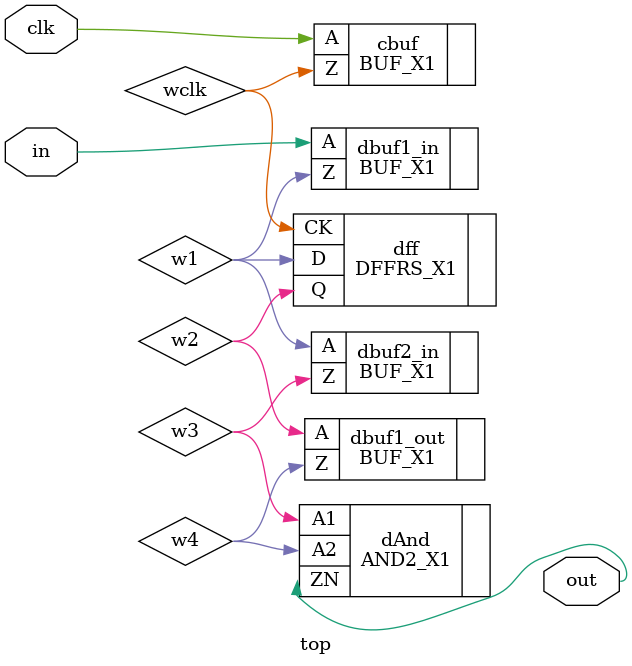
<source format=v>
/* Generated by Yosys 0.5+292 (git sha1 6f9a6fd, gcc 4.6.3-1ubuntu5 -fPIC -Os) */

`include <master.v>

module top(in , clk, out);
input  in, clk;
output out;

BUF_X1 dbuf1_in (.A(in), .Z(w1));
BUF_X1 dbuf2_in (.A(w1), .Z(w3));

BUF_X1 dbuf1_out (.A(w2), .Z(w4));

DFFRS_X1 dff (.D(w1), .CK(wclk), .Q(w2));

AND2_X1 dAnd (.A1(w3), .A2(w4), .ZN(out));

BUF_X1 cbuf (.A(clk), .Z(wclk));

endmodule

</source>
